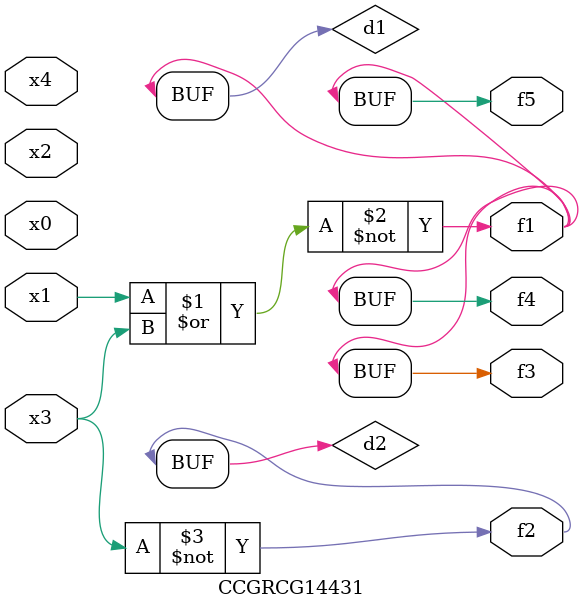
<source format=v>
module CCGRCG14431(
	input x0, x1, x2, x3, x4,
	output f1, f2, f3, f4, f5
);

	wire d1, d2;

	nor (d1, x1, x3);
	not (d2, x3);
	assign f1 = d1;
	assign f2 = d2;
	assign f3 = d1;
	assign f4 = d1;
	assign f5 = d1;
endmodule

</source>
